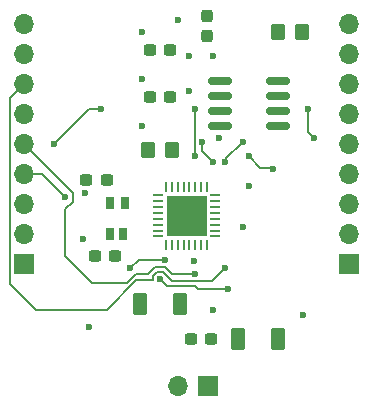
<source format=gbr>
%TF.GenerationSoftware,KiCad,Pcbnew,8.0.3*%
%TF.CreationDate,2024-07-01T13:41:45+02:00*%
%TF.ProjectId,ESP8266,45535038-3236-4362-9e6b-696361645f70,rev?*%
%TF.SameCoordinates,Original*%
%TF.FileFunction,Soldermask,Top*%
%TF.FilePolarity,Negative*%
%FSLAX46Y46*%
G04 Gerber Fmt 4.6, Leading zero omitted, Abs format (unit mm)*
G04 Created by KiCad (PCBNEW 8.0.3) date 2024-07-01 13:41:45*
%MOMM*%
%LPD*%
G01*
G04 APERTURE LIST*
G04 Aperture macros list*
%AMRoundRect*
0 Rectangle with rounded corners*
0 $1 Rounding radius*
0 $2 $3 $4 $5 $6 $7 $8 $9 X,Y pos of 4 corners*
0 Add a 4 corners polygon primitive as box body*
4,1,4,$2,$3,$4,$5,$6,$7,$8,$9,$2,$3,0*
0 Add four circle primitives for the rounded corners*
1,1,$1+$1,$2,$3*
1,1,$1+$1,$4,$5*
1,1,$1+$1,$6,$7*
1,1,$1+$1,$8,$9*
0 Add four rect primitives between the rounded corners*
20,1,$1+$1,$2,$3,$4,$5,0*
20,1,$1+$1,$4,$5,$6,$7,0*
20,1,$1+$1,$6,$7,$8,$9,0*
20,1,$1+$1,$8,$9,$2,$3,0*%
G04 Aperture macros list end*
%ADD10RoundRect,0.237500X-0.300000X-0.237500X0.300000X-0.237500X0.300000X0.237500X-0.300000X0.237500X0*%
%ADD11R,1.700000X1.700000*%
%ADD12O,1.700000X1.700000*%
%ADD13RoundRect,0.250000X0.362500X0.700000X-0.362500X0.700000X-0.362500X-0.700000X0.362500X-0.700000X0*%
%ADD14RoundRect,0.062500X0.062500X-0.375000X0.062500X0.375000X-0.062500X0.375000X-0.062500X-0.375000X0*%
%ADD15RoundRect,0.062500X0.375000X-0.062500X0.375000X0.062500X-0.375000X0.062500X-0.375000X-0.062500X0*%
%ADD16R,3.450000X3.450000*%
%ADD17RoundRect,0.237500X-0.237500X0.300000X-0.237500X-0.300000X0.237500X-0.300000X0.237500X0.300000X0*%
%ADD18RoundRect,0.150000X-0.825000X-0.150000X0.825000X-0.150000X0.825000X0.150000X-0.825000X0.150000X0*%
%ADD19RoundRect,0.250000X-0.350000X-0.450000X0.350000X-0.450000X0.350000X0.450000X-0.350000X0.450000X0*%
%ADD20R,0.800000X1.050000*%
%ADD21RoundRect,0.250000X-0.362500X-0.700000X0.362500X-0.700000X0.362500X0.700000X-0.362500X0.700000X0*%
%TA.AperFunction,ComponentPad*%
%ADD22R,1.700000X1.700000*%
%TD*%
%TA.AperFunction,ComponentPad*%
%ADD23O,1.700000X1.700000*%
%TD*%
%TA.AperFunction,ViaPad*%
%ADD24C,0.600000*%
%TD*%
%TA.AperFunction,Conductor*%
%ADD25C,0.200000*%
%TD*%
G04 APERTURE END LIST*
D10*
%TO.C,C5*%
X125637500Y-89000000D03*
X127362500Y-89000000D03*
%TD*%
%TO.C,C4*%
X125637500Y-85000000D03*
X127362500Y-85000000D03*
%TD*%
%TO.C,C1*%
X121000000Y-102500000D03*
X122725000Y-102500000D03*
%TD*%
D11*
%TO.C,J1*%
X115000000Y-103160000D03*
D12*
X115000000Y-100620000D03*
X115000000Y-98080000D03*
X115000000Y-95540000D03*
X115000000Y-93000000D03*
X115000000Y-90460000D03*
X115000000Y-87920000D03*
X115000000Y-85380000D03*
X115000000Y-82840000D03*
%TD*%
D13*
%TO.C,L1*%
X136462500Y-109500000D03*
X133137500Y-109500000D03*
%TD*%
D14*
%TO.C,U1*%
X127000000Y-101500000D03*
X127500000Y-101500000D03*
X128000000Y-101500000D03*
X128500000Y-101500000D03*
X129000000Y-101500000D03*
X129500000Y-101500000D03*
X130000000Y-101500000D03*
X130500000Y-101500000D03*
D15*
X131187500Y-100812500D03*
X131187500Y-100312500D03*
X131187500Y-99812500D03*
X131187500Y-99312500D03*
X131187500Y-98812500D03*
X131187500Y-98312500D03*
X131187500Y-97812500D03*
X131187500Y-97312500D03*
D14*
X130500000Y-96625000D03*
X130000000Y-96625000D03*
X129500000Y-96625000D03*
X129000000Y-96625000D03*
X128500000Y-96625000D03*
X128000000Y-96625000D03*
X127500000Y-96625000D03*
X127000000Y-96625000D03*
D15*
X126312500Y-97312500D03*
X126312500Y-97812500D03*
X126312500Y-98312500D03*
X126312500Y-98812500D03*
X126312500Y-99312500D03*
X126312500Y-99812500D03*
X126312500Y-100312500D03*
X126312500Y-100812500D03*
D16*
X128750000Y-99062500D03*
%TD*%
D10*
%TO.C,C2*%
X120275000Y-96000000D03*
X122000000Y-96000000D03*
%TD*%
%TO.C,C6*%
X129137500Y-109500000D03*
X130862500Y-109500000D03*
%TD*%
D17*
%TO.C,C3*%
X130500000Y-82137500D03*
X130500000Y-83862500D03*
%TD*%
D11*
%TO.C,J3*%
X130540000Y-113500000D03*
D12*
X128000000Y-113500000D03*
%TD*%
D18*
%TO.C,U2*%
X131550000Y-87690000D03*
X131550000Y-88960000D03*
X131550000Y-90230000D03*
X131550000Y-91500000D03*
X136500000Y-91500000D03*
X136500000Y-90230000D03*
X136500000Y-88960000D03*
X136500000Y-87690000D03*
%TD*%
D19*
%TO.C,R2*%
X136500000Y-83500000D03*
X138500000Y-83500000D03*
%TD*%
%TO.C,R1*%
X125500000Y-93500000D03*
X127500000Y-93500000D03*
%TD*%
D20*
%TO.C,X1*%
X122300000Y-97975000D03*
X122300000Y-100625000D03*
X123500000Y-98000000D03*
X123400000Y-100600000D03*
%TD*%
D11*
%TO.C,J2*%
X142500000Y-103120000D03*
D12*
X142500000Y-100580000D03*
X142500000Y-98040000D03*
X142500000Y-95500000D03*
X142500000Y-92960000D03*
X142500000Y-90420000D03*
X142500000Y-87880000D03*
X142500000Y-85340000D03*
X142500000Y-82800000D03*
%TD*%
D21*
%TO.C,L2*%
X124837500Y-106500000D03*
X128162500Y-106500000D03*
%TD*%
D22*
%TO.P,J1,1,Pin_1*%
%TO.N,+3.3V*%
X115000000Y-103160000D03*
D23*
%TO.P,J1,2,Pin_2*%
%TO.N,/RST*%
X115000000Y-100620000D03*
%TO.P,J1,3,Pin_3*%
%TO.N,/U0RXD*%
X115000000Y-98080000D03*
%TO.P,J1,4,Pin_4*%
%TO.N,/U0TXD*%
X115000000Y-95540000D03*
%TO.P,J1,5,Pin_5*%
%TO.N,/ADC_IN*%
X115000000Y-93000000D03*
%TO.P,J1,6,Pin_6*%
%TO.N,/CHIP_EN*%
X115000000Y-90460000D03*
%TO.P,J1,7,Pin_7*%
%TO.N,/GPIO16*%
X115000000Y-87920000D03*
%TO.P,J1,8,Pin_8*%
%TO.N,/GPI05*%
X115000000Y-85380000D03*
%TO.P,J1,9,Pin_9*%
%TO.N,GND*%
X115000000Y-82840000D03*
%TD*%
D22*
%TO.P,J3,1,Pin_1*%
%TO.N,/ANT*%
X130540000Y-113500000D03*
D23*
%TO.P,J3,2,Pin_2*%
%TO.N,GND*%
X128000000Y-113500000D03*
%TD*%
D22*
%TO.P,J2,1,Pin_1*%
%TO.N,/GPIO14*%
X142500000Y-103120000D03*
D23*
%TO.P,J2,2,Pin_2*%
%TO.N,/GPIO12*%
X142500000Y-100580000D03*
%TO.P,J2,3,Pin_3*%
%TO.N,/GPIO13*%
X142500000Y-98040000D03*
%TO.P,J2,4,Pin_4*%
%TO.N,/GPIO15*%
X142500000Y-95500000D03*
%TO.P,J2,5,Pin_5*%
%TO.N,/GPIO2*%
X142500000Y-92960000D03*
%TO.P,J2,6,Pin_6*%
%TO.N,/GPIO0*%
X142500000Y-90420000D03*
%TO.P,J2,7,Pin_7*%
%TO.N,/GPIO4*%
X142500000Y-87880000D03*
%TO.P,J2,8,Pin_8*%
%TO.N,GND*%
X142500000Y-85340000D03*
%TO.P,J2,9,Pin_9*%
X142500000Y-82800000D03*
%TD*%
D24*
%TO.N,GND*%
X131500000Y-92500000D03*
X129000000Y-88500000D03*
X125000000Y-91500000D03*
X120000000Y-101000000D03*
X129420101Y-102900000D03*
X138637500Y-107500000D03*
X120500000Y-108500000D03*
X120155735Y-97155735D03*
X131000000Y-85500000D03*
X129000000Y-85500000D03*
%TO.N,/ADC_IN*%
X129500000Y-104000000D03*
%TO.N,/CHIP_EN*%
X126500000Y-104400000D03*
X132250000Y-105250000D03*
%TO.N,/GPIO16*%
X132000000Y-103500000D03*
%TO.N,/U0TXD*%
X118500000Y-97500000D03*
%TO.N,Net-(U1-RES12K)*%
X117500000Y-93000000D03*
X121500000Y-90000000D03*
%TO.N,Net-(U1-SD_CLK)*%
X139500000Y-92500000D03*
X136087108Y-95141422D03*
X139000000Y-90000000D03*
X134000000Y-93998114D03*
%TO.N,/SD_D3*%
X132000000Y-94500000D03*
X133500000Y-92798114D03*
%TO.N,/SD_D0*%
X129500000Y-90000000D03*
X129500000Y-94000000D03*
%TO.N,/SD_CMD*%
X130100000Y-92798114D03*
X131000000Y-94500000D03*
%TO.N,+3.3V*%
X125000000Y-83500000D03*
X128000000Y-82500000D03*
X131000000Y-107000000D03*
X134023198Y-96562466D03*
X124000000Y-103500000D03*
X125000000Y-87500000D03*
X126899681Y-102800000D03*
X133500000Y-100000000D03*
%TD*%
D25*
%TO.N,/ADC_IN*%
X125485785Y-104000000D02*
X124434314Y-104000000D01*
X119100000Y-97100000D02*
X115000000Y-93000000D01*
X119100000Y-97900000D02*
X119100000Y-97100000D01*
X118500000Y-102500000D02*
X120717157Y-104717157D01*
X118500000Y-98500000D02*
X119100000Y-97900000D01*
X126914215Y-103400000D02*
X126085785Y-103400000D01*
X124434314Y-104000000D02*
X123717157Y-104717157D01*
X126085785Y-103400000D02*
X125485785Y-104000000D01*
X120717157Y-104717157D02*
X123717157Y-104717157D01*
X127514215Y-104000000D02*
X126914215Y-103400000D01*
X118500000Y-102500000D02*
X118500000Y-98500000D01*
X129500000Y-104000000D02*
X127514215Y-104000000D01*
%TO.N,/CHIP_EN*%
X129750000Y-105250000D02*
X132250000Y-105250000D01*
X126500000Y-104400000D02*
X127100000Y-105000000D01*
X129500000Y-105000000D02*
X129750000Y-105250000D01*
X127100000Y-105000000D02*
X129500000Y-105000000D01*
%TO.N,/GPIO16*%
X113797919Y-89122081D02*
X113797919Y-104797919D01*
X122000000Y-107000000D02*
X124500000Y-104500000D01*
X126251471Y-103800000D02*
X126748529Y-103800000D01*
X124500000Y-104500000D02*
X125900000Y-104500000D01*
X116000000Y-107000000D02*
X122000000Y-107000000D01*
X130900000Y-104600000D02*
X132000000Y-103500000D01*
X127548529Y-104600000D02*
X130900000Y-104600000D01*
X126748529Y-103800000D02*
X127548529Y-104600000D01*
X115000000Y-87920000D02*
X113797919Y-89122081D01*
X125900000Y-104500000D02*
X125900000Y-104151471D01*
X113797919Y-104797919D02*
X116000000Y-107000000D01*
X125900000Y-104151471D02*
X126251471Y-103800000D01*
%TO.N,/U0TXD*%
X115000000Y-95540000D02*
X116540000Y-95540000D01*
X116540000Y-95540000D02*
X118500000Y-97500000D01*
%TO.N,Net-(U1-RES12K)*%
X120500000Y-90000000D02*
X117500000Y-93000000D01*
X121500000Y-90000000D02*
X120500000Y-90000000D01*
%TO.N,Net-(U1-SD_CLK)*%
X135001886Y-95000000D02*
X135945686Y-95000000D01*
X139000000Y-92000000D02*
X139500000Y-92500000D01*
X134000000Y-93998114D02*
X135001886Y-95000000D01*
X139000000Y-90000000D02*
X139000000Y-92000000D01*
X135945686Y-95000000D02*
X136087108Y-95141422D01*
%TO.N,/SD_D3*%
X132000000Y-94298114D02*
X132000000Y-94500000D01*
X133500000Y-92798114D02*
X132000000Y-94298114D01*
%TO.N,/SD_D0*%
X129500000Y-94000000D02*
X129500000Y-90000000D01*
%TO.N,/SD_CMD*%
X130100000Y-93600000D02*
X131000000Y-94500000D01*
X130100000Y-92798114D02*
X130100000Y-93600000D01*
%TO.N,+3.3V*%
X126899681Y-102800000D02*
X124700000Y-102800000D01*
X124700000Y-102800000D02*
X124000000Y-103500000D01*
%TD*%
M02*

</source>
